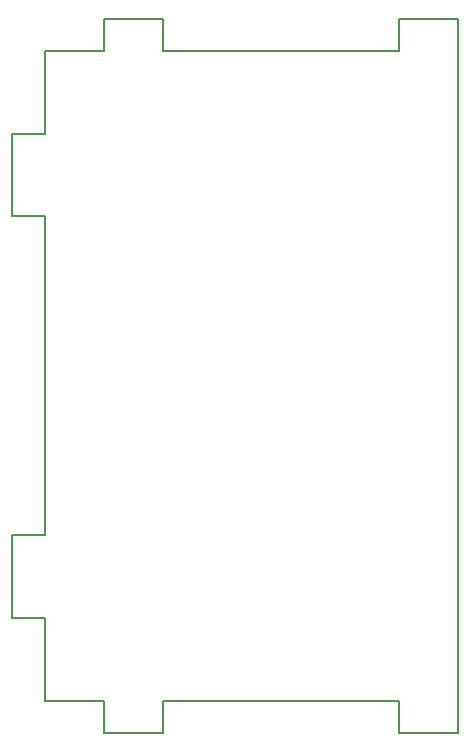
<source format=gm1>
G04 #@! TF.FileFunction,Profile,NP*
%FSLAX46Y46*%
G04 Gerber Fmt 4.6, Leading zero omitted, Abs format (unit mm)*
G04 Created by KiCad (PCBNEW (2016-01-25 BZR 6514, Git a23e712)-product) date Tue 24 May 2016 06:15:30 PM CST*
%MOMM*%
G01*
G04 APERTURE LIST*
%ADD10C,0.100000*%
%ADD11C,0.150000*%
G04 APERTURE END LIST*
D10*
D11*
X2750000Y43750000D02*
X2750000Y16750000D01*
X2750000Y9750000D02*
X2750000Y2750000D01*
X0Y50750000D02*
X2750000Y50750000D01*
X0Y43750000D02*
X0Y50750000D01*
X2750000Y43750000D02*
X0Y43750000D01*
X0Y16750000D02*
X2750000Y16750000D01*
X0Y9750000D02*
X0Y16750000D01*
X2750000Y9750000D02*
X0Y9750000D01*
X7750000Y57750000D02*
X2750000Y57750000D01*
X12750000Y60500000D02*
X10250000Y60500000D01*
X7750000Y60500000D02*
X7750000Y57750000D01*
X10250000Y60500000D02*
X7750000Y60500000D01*
X12750000Y57750000D02*
X12750000Y60500000D01*
X35250000Y60500000D02*
X32750000Y60500000D01*
X37750000Y57750000D02*
X37750000Y60500000D01*
X32750000Y60500000D02*
X32750000Y57750000D01*
X37750000Y60500000D02*
X35250000Y60500000D01*
X7750000Y2750000D02*
X2750000Y2750000D01*
X37750000Y0D02*
X37750000Y2750000D01*
X35250000Y0D02*
X37750000Y0D01*
X32750000Y0D02*
X35250000Y0D01*
X32750000Y2750000D02*
X32750000Y0D01*
X12750000Y0D02*
X12750000Y2750000D01*
X10250000Y0D02*
X12750000Y0D01*
X7750000Y0D02*
X10250000Y0D01*
X7750000Y2750000D02*
X7750000Y0D01*
X2750000Y57750000D02*
X2750000Y50750000D01*
X32750000Y57750000D02*
X12750000Y57750000D01*
X37750000Y2750000D02*
X37750000Y57750000D01*
X12750000Y2750000D02*
X32750000Y2750000D01*
M02*

</source>
